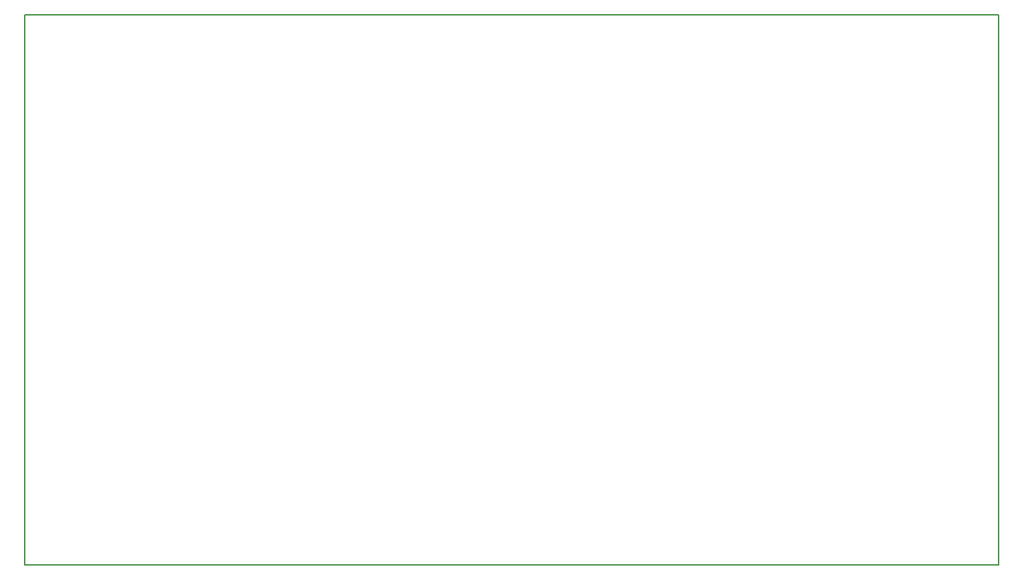
<source format=gbr>
G04 #@! TF.GenerationSoftware,KiCad,Pcbnew,5.0.2+dfsg1-1*
G04 #@! TF.CreationDate,2019-02-11T07:24:08+11:00*
G04 #@! TF.ProjectId,swinggate,7377696e-6767-4617-9465-2e6b69636164,rev?*
G04 #@! TF.SameCoordinates,Original*
G04 #@! TF.FileFunction,Profile,NP*
%FSLAX46Y46*%
G04 Gerber Fmt 4.6, Leading zero omitted, Abs format (unit mm)*
G04 Created by KiCad (PCBNEW 5.0.2+dfsg1-1) date Mon 11 Feb 2019 07:24:08 AEDT*
%MOMM*%
%LPD*%
G01*
G04 APERTURE LIST*
%ADD10C,0.150000*%
G04 APERTURE END LIST*
D10*
X73660000Y-124460000D02*
X73660000Y-58420000D01*
X190500000Y-124460000D02*
X73660000Y-124460000D01*
X190500000Y-58420000D02*
X190500000Y-124460000D01*
X73660000Y-58420000D02*
X190500000Y-58420000D01*
M02*

</source>
